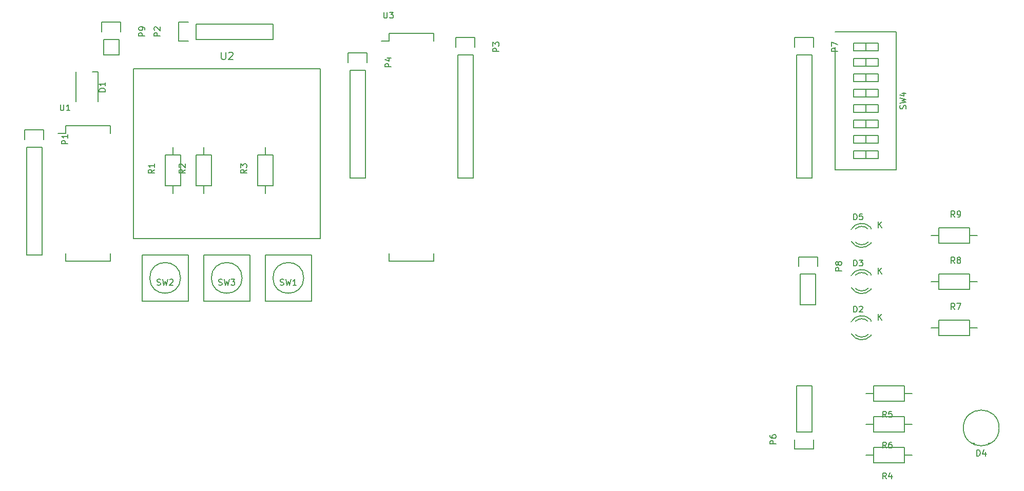
<source format=gbr>
G04 #@! TF.FileFunction,Legend,Top*
%FSLAX46Y46*%
G04 Gerber Fmt 4.6, Leading zero omitted, Abs format (unit mm)*
G04 Created by KiCad (PCBNEW 4.0.2-stable) date Friday, July 22, 2016 'pmt' 07:07:35 pm*
%MOMM*%
G01*
G04 APERTURE LIST*
%ADD10C,0.100000*%
%ADD11C,0.150000*%
G04 APERTURE END LIST*
D10*
D11*
X164060000Y-87410000D02*
X133220000Y-87410000D01*
X133220001Y-87410000D02*
X133220000Y-115400000D01*
X133220000Y-115400000D02*
X164060000Y-115400000D01*
X164059999Y-115400000D02*
X164060000Y-87410000D01*
X161290000Y-121920000D02*
G75*
G03X161290000Y-121920000I-2540000J0D01*
G01*
X162560000Y-125730000D02*
X154940000Y-125730000D01*
X154940000Y-125730000D02*
X154940000Y-118110000D01*
X154940000Y-118110000D02*
X162560000Y-118110000D01*
X162560000Y-125730000D02*
X162560000Y-118110000D01*
X140970000Y-121920000D02*
G75*
G03X140970000Y-121920000I-2540000J0D01*
G01*
X142240000Y-125730000D02*
X134620000Y-125730000D01*
X134620000Y-125730000D02*
X134620000Y-118110000D01*
X134620000Y-118110000D02*
X142240000Y-118110000D01*
X142240000Y-125730000D02*
X142240000Y-118110000D01*
X151130000Y-121920000D02*
G75*
G03X151130000Y-121920000I-2540000J0D01*
G01*
X152400000Y-125730000D02*
X144780000Y-125730000D01*
X144780000Y-125730000D02*
X144780000Y-118110000D01*
X144780000Y-118110000D02*
X152400000Y-118110000D01*
X152400000Y-125730000D02*
X152400000Y-118110000D01*
X254834000Y-128861000D02*
X254834000Y-129061000D01*
X254834000Y-131455000D02*
X254834000Y-131275000D01*
X251606256Y-131144643D02*
G75*
G03X254834000Y-131461000I1727744J1003643D01*
G01*
X252281994Y-131274068D02*
G75*
G03X254385000Y-131275000I1052006J1133068D01*
G01*
X254821220Y-128834274D02*
G75*
G03X251584000Y-129181000I-1497220J-1306726D01*
G01*
X254347889Y-129061747D02*
G75*
G03X252300000Y-129081000I-1013889J-1079253D01*
G01*
X254834000Y-121241000D02*
X254834000Y-121441000D01*
X254834000Y-123835000D02*
X254834000Y-123655000D01*
X251606256Y-123524643D02*
G75*
G03X254834000Y-123841000I1727744J1003643D01*
G01*
X252281994Y-123654068D02*
G75*
G03X254385000Y-123655000I1052006J1133068D01*
G01*
X254821220Y-121214274D02*
G75*
G03X251584000Y-121561000I-1497220J-1306726D01*
G01*
X254347889Y-121441747D02*
G75*
G03X252300000Y-121461000I-1013889J-1079253D01*
G01*
X274150000Y-149185000D02*
X274600000Y-149185000D01*
X276000000Y-146685000D02*
G75*
G03X276000000Y-146685000I-2950000J0D01*
G01*
X271950000Y-149185000D02*
X271500000Y-149185000D01*
X254834000Y-113621000D02*
X254834000Y-113821000D01*
X254834000Y-116215000D02*
X254834000Y-116035000D01*
X251606256Y-115904643D02*
G75*
G03X254834000Y-116221000I1727744J1003643D01*
G01*
X252281994Y-116034068D02*
G75*
G03X254385000Y-116035000I1052006J1133068D01*
G01*
X254821220Y-113594274D02*
G75*
G03X251584000Y-113941000I-1497220J-1306726D01*
G01*
X254347889Y-113821747D02*
G75*
G03X252300000Y-113841000I-1013889J-1079253D01*
G01*
X115570000Y-100330000D02*
X115570000Y-118110000D01*
X115570000Y-118110000D02*
X118110000Y-118110000D01*
X118110000Y-118110000D02*
X118110000Y-100330000D01*
X115290000Y-97510000D02*
X115290000Y-99060000D01*
X115570000Y-100330000D02*
X118110000Y-100330000D01*
X118390000Y-99060000D02*
X118390000Y-97510000D01*
X118390000Y-97510000D02*
X115290000Y-97510000D01*
X143510000Y-80010000D02*
X156210000Y-80010000D01*
X156210000Y-80010000D02*
X156210000Y-82550000D01*
X156210000Y-82550000D02*
X143510000Y-82550000D01*
X140690000Y-79730000D02*
X142240000Y-79730000D01*
X143510000Y-80010000D02*
X143510000Y-82550000D01*
X142240000Y-82830000D02*
X140690000Y-82830000D01*
X140690000Y-82830000D02*
X140690000Y-79730000D01*
X186690000Y-85090000D02*
X186690000Y-105410000D01*
X186690000Y-105410000D02*
X189230000Y-105410000D01*
X189230000Y-105410000D02*
X189230000Y-85090000D01*
X186410000Y-82270000D02*
X186410000Y-83820000D01*
X186690000Y-85090000D02*
X189230000Y-85090000D01*
X189510000Y-83820000D02*
X189510000Y-82270000D01*
X189510000Y-82270000D02*
X186410000Y-82270000D01*
X242570000Y-85090000D02*
X242570000Y-105410000D01*
X242570000Y-105410000D02*
X245110000Y-105410000D01*
X245110000Y-105410000D02*
X245110000Y-85090000D01*
X242290000Y-82270000D02*
X242290000Y-83820000D01*
X242570000Y-85090000D02*
X245110000Y-85090000D01*
X245390000Y-83820000D02*
X245390000Y-82270000D01*
X245390000Y-82270000D02*
X242290000Y-82270000D01*
X246025000Y-120015000D02*
X246025000Y-118465000D01*
X246025000Y-118465000D02*
X242925000Y-118465000D01*
X242925000Y-118465000D02*
X242925000Y-120015000D01*
X245745000Y-121285000D02*
X245745000Y-126365000D01*
X245745000Y-126365000D02*
X243205000Y-126365000D01*
X243205000Y-126365000D02*
X243205000Y-121285000D01*
X243205000Y-121285000D02*
X245745000Y-121285000D01*
X138430000Y-106680000D02*
X138430000Y-101600000D01*
X138430000Y-101600000D02*
X140970000Y-101600000D01*
X140970000Y-101600000D02*
X140970000Y-106680000D01*
X140970000Y-106680000D02*
X138430000Y-106680000D01*
X139700000Y-106680000D02*
X139700000Y-107950000D01*
X139700000Y-101600000D02*
X139700000Y-100330000D01*
X143510000Y-106680000D02*
X143510000Y-101600000D01*
X143510000Y-101600000D02*
X146050000Y-101600000D01*
X146050000Y-101600000D02*
X146050000Y-106680000D01*
X146050000Y-106680000D02*
X143510000Y-106680000D01*
X144780000Y-106680000D02*
X144780000Y-107950000D01*
X144780000Y-101600000D02*
X144780000Y-100330000D01*
X153670000Y-106680000D02*
X153670000Y-101600000D01*
X153670000Y-101600000D02*
X156210000Y-101600000D01*
X156210000Y-101600000D02*
X156210000Y-106680000D01*
X156210000Y-106680000D02*
X153670000Y-106680000D01*
X154940000Y-106680000D02*
X154940000Y-107950000D01*
X154940000Y-101600000D02*
X154940000Y-100330000D01*
X260350000Y-152400000D02*
X255270000Y-152400000D01*
X255270000Y-152400000D02*
X255270000Y-149860000D01*
X255270000Y-149860000D02*
X260350000Y-149860000D01*
X260350000Y-149860000D02*
X260350000Y-152400000D01*
X260350000Y-151130000D02*
X261620000Y-151130000D01*
X255270000Y-151130000D02*
X254000000Y-151130000D01*
X260350000Y-142240000D02*
X255270000Y-142240000D01*
X255270000Y-142240000D02*
X255270000Y-139700000D01*
X255270000Y-139700000D02*
X260350000Y-139700000D01*
X260350000Y-139700000D02*
X260350000Y-142240000D01*
X260350000Y-140970000D02*
X261620000Y-140970000D01*
X255270000Y-140970000D02*
X254000000Y-140970000D01*
X260350000Y-147320000D02*
X255270000Y-147320000D01*
X255270000Y-147320000D02*
X255270000Y-144780000D01*
X255270000Y-144780000D02*
X260350000Y-144780000D01*
X260350000Y-144780000D02*
X260350000Y-147320000D01*
X260350000Y-146050000D02*
X261620000Y-146050000D01*
X255270000Y-146050000D02*
X254000000Y-146050000D01*
X266065000Y-128905000D02*
X271145000Y-128905000D01*
X271145000Y-128905000D02*
X271145000Y-131445000D01*
X271145000Y-131445000D02*
X266065000Y-131445000D01*
X266065000Y-131445000D02*
X266065000Y-128905000D01*
X266065000Y-130175000D02*
X264795000Y-130175000D01*
X271145000Y-130175000D02*
X272415000Y-130175000D01*
X266065000Y-121285000D02*
X271145000Y-121285000D01*
X271145000Y-121285000D02*
X271145000Y-123825000D01*
X271145000Y-123825000D02*
X266065000Y-123825000D01*
X266065000Y-123825000D02*
X266065000Y-121285000D01*
X266065000Y-122555000D02*
X264795000Y-122555000D01*
X271145000Y-122555000D02*
X272415000Y-122555000D01*
X266065000Y-113665000D02*
X271145000Y-113665000D01*
X271145000Y-113665000D02*
X271145000Y-116205000D01*
X271145000Y-116205000D02*
X266065000Y-116205000D01*
X266065000Y-116205000D02*
X266065000Y-113665000D01*
X266065000Y-114935000D02*
X264795000Y-114935000D01*
X271145000Y-114935000D02*
X272415000Y-114935000D01*
X256030000Y-83180000D02*
X251970000Y-83180000D01*
X254000000Y-83180000D02*
X254000000Y-84460000D01*
X251970000Y-83180000D02*
X251970000Y-84460000D01*
X251970000Y-84460000D02*
X256030000Y-84460000D01*
X256030000Y-84460000D02*
X256030000Y-83180000D01*
X256030000Y-85720000D02*
X251970000Y-85720000D01*
X254000000Y-85720000D02*
X254000000Y-87000000D01*
X251970000Y-85720000D02*
X251970000Y-87000000D01*
X251970000Y-87000000D02*
X256030000Y-87000000D01*
X256030000Y-87000000D02*
X256030000Y-85720000D01*
X256030000Y-88260000D02*
X251970000Y-88260000D01*
X254000000Y-88260000D02*
X254000000Y-89540000D01*
X251970000Y-88260000D02*
X251970000Y-89540000D01*
X251970000Y-89540000D02*
X256030000Y-89540000D01*
X256030000Y-89540000D02*
X256030000Y-88260000D01*
X256030000Y-90800000D02*
X251970000Y-90800000D01*
X254000000Y-90800000D02*
X254000000Y-92080000D01*
X251970000Y-90800000D02*
X251970000Y-92080000D01*
X251970000Y-92080000D02*
X256030000Y-92080000D01*
X256030000Y-92080000D02*
X256030000Y-90800000D01*
X256030000Y-93340000D02*
X251970000Y-93340000D01*
X254000000Y-93340000D02*
X254000000Y-94620000D01*
X251970000Y-93340000D02*
X251970000Y-94620000D01*
X251970000Y-94620000D02*
X256030000Y-94620000D01*
X256030000Y-94620000D02*
X256030000Y-93340000D01*
X256030000Y-95880000D02*
X251970000Y-95880000D01*
X254000000Y-95880000D02*
X254000000Y-97160000D01*
X251970000Y-95880000D02*
X251970000Y-97160000D01*
X251970000Y-97160000D02*
X256030000Y-97160000D01*
X256030000Y-97160000D02*
X256030000Y-95880000D01*
X256030000Y-98420000D02*
X251970000Y-98420000D01*
X254000000Y-98420000D02*
X254000000Y-99700000D01*
X251970000Y-98420000D02*
X251970000Y-99700000D01*
X251970000Y-99700000D02*
X256030000Y-99700000D01*
X256030000Y-99700000D02*
X256030000Y-98420000D01*
X256030000Y-100960000D02*
X251970000Y-100960000D01*
X254000000Y-100960000D02*
X254000000Y-102240000D01*
X251970000Y-100960000D02*
X251970000Y-102240000D01*
X251970000Y-102240000D02*
X256030000Y-102240000D01*
X256030000Y-102240000D02*
X256030000Y-100960000D01*
X248980000Y-81340000D02*
X259020000Y-81340000D01*
X259020000Y-81340000D02*
X259020000Y-104080000D01*
X259020000Y-104080000D02*
X248980000Y-104080000D01*
X248980000Y-104080000D02*
X248980000Y-83820000D01*
X175395000Y-81525000D02*
X175395000Y-82795000D01*
X182745000Y-81525000D02*
X182745000Y-82795000D01*
X182745000Y-119135000D02*
X182745000Y-117865000D01*
X175395000Y-119135000D02*
X175395000Y-117865000D01*
X175395000Y-81525000D02*
X182745000Y-81525000D01*
X175395000Y-119135000D02*
X182745000Y-119135000D01*
X175395000Y-82795000D02*
X174110000Y-82795000D01*
X122055000Y-96765000D02*
X122055000Y-98035000D01*
X129405000Y-96765000D02*
X129405000Y-98035000D01*
X129405000Y-119135000D02*
X129405000Y-117865000D01*
X122055000Y-119135000D02*
X122055000Y-117865000D01*
X122055000Y-96765000D02*
X129405000Y-96765000D01*
X122055000Y-119135000D02*
X129405000Y-119135000D01*
X122055000Y-98035000D02*
X120770000Y-98035000D01*
X242570000Y-147320000D02*
X242570000Y-139700000D01*
X245110000Y-147320000D02*
X245110000Y-139700000D01*
X245390000Y-150140000D02*
X245390000Y-148590000D01*
X242570000Y-139700000D02*
X245110000Y-139700000D01*
X245110000Y-147320000D02*
X242570000Y-147320000D01*
X242290000Y-148590000D02*
X242290000Y-150140000D01*
X242290000Y-150140000D02*
X245390000Y-150140000D01*
X168910000Y-87630000D02*
X168910000Y-105410000D01*
X168910000Y-105410000D02*
X171450000Y-105410000D01*
X171450000Y-105410000D02*
X171450000Y-87630000D01*
X168630000Y-84810000D02*
X168630000Y-86360000D01*
X168910000Y-87630000D02*
X171450000Y-87630000D01*
X171730000Y-86360000D02*
X171730000Y-84810000D01*
X171730000Y-84810000D02*
X168630000Y-84810000D01*
X127360000Y-87900000D02*
X126460000Y-87900000D01*
X123760000Y-87900000D02*
X123760000Y-92800000D01*
X127360000Y-92800000D02*
X127360000Y-87900000D01*
X127990000Y-79730000D02*
X127990000Y-81280000D01*
X128270000Y-85090000D02*
X128270000Y-82550000D01*
X128270000Y-82550000D02*
X130810000Y-82550000D01*
X131090000Y-81280000D02*
X131090000Y-79730000D01*
X131090000Y-79730000D02*
X127990000Y-79730000D01*
X130810000Y-82550000D02*
X130810000Y-85090000D01*
X130810000Y-85090000D02*
X128270000Y-85090000D01*
X147725714Y-84672857D02*
X147725714Y-85644286D01*
X147782857Y-85758571D01*
X147840000Y-85815714D01*
X147954286Y-85872857D01*
X148182857Y-85872857D01*
X148297143Y-85815714D01*
X148354286Y-85758571D01*
X148411429Y-85644286D01*
X148411429Y-84672857D01*
X148925714Y-84787143D02*
X148982857Y-84730000D01*
X149097143Y-84672857D01*
X149382857Y-84672857D01*
X149497143Y-84730000D01*
X149554286Y-84787143D01*
X149611429Y-84901429D01*
X149611429Y-85015714D01*
X149554286Y-85187143D01*
X148868572Y-85872857D01*
X149611429Y-85872857D01*
X157416667Y-123086762D02*
X157559524Y-123134381D01*
X157797620Y-123134381D01*
X157892858Y-123086762D01*
X157940477Y-123039143D01*
X157988096Y-122943905D01*
X157988096Y-122848667D01*
X157940477Y-122753429D01*
X157892858Y-122705810D01*
X157797620Y-122658190D01*
X157607143Y-122610571D01*
X157511905Y-122562952D01*
X157464286Y-122515333D01*
X157416667Y-122420095D01*
X157416667Y-122324857D01*
X157464286Y-122229619D01*
X157511905Y-122182000D01*
X157607143Y-122134381D01*
X157845239Y-122134381D01*
X157988096Y-122182000D01*
X158321429Y-122134381D02*
X158559524Y-123134381D01*
X158750001Y-122420095D01*
X158940477Y-123134381D01*
X159178572Y-122134381D01*
X160083334Y-123134381D02*
X159511905Y-123134381D01*
X159797619Y-123134381D02*
X159797619Y-122134381D01*
X159702381Y-122277238D01*
X159607143Y-122372476D01*
X159511905Y-122420095D01*
X137096667Y-123086762D02*
X137239524Y-123134381D01*
X137477620Y-123134381D01*
X137572858Y-123086762D01*
X137620477Y-123039143D01*
X137668096Y-122943905D01*
X137668096Y-122848667D01*
X137620477Y-122753429D01*
X137572858Y-122705810D01*
X137477620Y-122658190D01*
X137287143Y-122610571D01*
X137191905Y-122562952D01*
X137144286Y-122515333D01*
X137096667Y-122420095D01*
X137096667Y-122324857D01*
X137144286Y-122229619D01*
X137191905Y-122182000D01*
X137287143Y-122134381D01*
X137525239Y-122134381D01*
X137668096Y-122182000D01*
X138001429Y-122134381D02*
X138239524Y-123134381D01*
X138430001Y-122420095D01*
X138620477Y-123134381D01*
X138858572Y-122134381D01*
X139191905Y-122229619D02*
X139239524Y-122182000D01*
X139334762Y-122134381D01*
X139572858Y-122134381D01*
X139668096Y-122182000D01*
X139715715Y-122229619D01*
X139763334Y-122324857D01*
X139763334Y-122420095D01*
X139715715Y-122562952D01*
X139144286Y-123134381D01*
X139763334Y-123134381D01*
X147256667Y-123086762D02*
X147399524Y-123134381D01*
X147637620Y-123134381D01*
X147732858Y-123086762D01*
X147780477Y-123039143D01*
X147828096Y-122943905D01*
X147828096Y-122848667D01*
X147780477Y-122753429D01*
X147732858Y-122705810D01*
X147637620Y-122658190D01*
X147447143Y-122610571D01*
X147351905Y-122562952D01*
X147304286Y-122515333D01*
X147256667Y-122420095D01*
X147256667Y-122324857D01*
X147304286Y-122229619D01*
X147351905Y-122182000D01*
X147447143Y-122134381D01*
X147685239Y-122134381D01*
X147828096Y-122182000D01*
X148161429Y-122134381D02*
X148399524Y-123134381D01*
X148590001Y-122420095D01*
X148780477Y-123134381D01*
X149018572Y-122134381D01*
X149304286Y-122134381D02*
X149923334Y-122134381D01*
X149590000Y-122515333D01*
X149732858Y-122515333D01*
X149828096Y-122562952D01*
X149875715Y-122610571D01*
X149923334Y-122705810D01*
X149923334Y-122943905D01*
X149875715Y-123039143D01*
X149828096Y-123086762D01*
X149732858Y-123134381D01*
X149447143Y-123134381D01*
X149351905Y-123086762D01*
X149304286Y-123039143D01*
X251986905Y-127567381D02*
X251986905Y-126567381D01*
X252225000Y-126567381D01*
X252367858Y-126615000D01*
X252463096Y-126710238D01*
X252510715Y-126805476D01*
X252558334Y-126995952D01*
X252558334Y-127138810D01*
X252510715Y-127329286D01*
X252463096Y-127424524D01*
X252367858Y-127519762D01*
X252225000Y-127567381D01*
X251986905Y-127567381D01*
X252939286Y-126662619D02*
X252986905Y-126615000D01*
X253082143Y-126567381D01*
X253320239Y-126567381D01*
X253415477Y-126615000D01*
X253463096Y-126662619D01*
X253510715Y-126757857D01*
X253510715Y-126853095D01*
X253463096Y-126995952D01*
X252891667Y-127567381D01*
X253510715Y-127567381D01*
X256063095Y-128887381D02*
X256063095Y-127887381D01*
X256634524Y-128887381D02*
X256205952Y-128315952D01*
X256634524Y-127887381D02*
X256063095Y-128458810D01*
X251986905Y-119947381D02*
X251986905Y-118947381D01*
X252225000Y-118947381D01*
X252367858Y-118995000D01*
X252463096Y-119090238D01*
X252510715Y-119185476D01*
X252558334Y-119375952D01*
X252558334Y-119518810D01*
X252510715Y-119709286D01*
X252463096Y-119804524D01*
X252367858Y-119899762D01*
X252225000Y-119947381D01*
X251986905Y-119947381D01*
X252891667Y-118947381D02*
X253510715Y-118947381D01*
X253177381Y-119328333D01*
X253320239Y-119328333D01*
X253415477Y-119375952D01*
X253463096Y-119423571D01*
X253510715Y-119518810D01*
X253510715Y-119756905D01*
X253463096Y-119852143D01*
X253415477Y-119899762D01*
X253320239Y-119947381D01*
X253034524Y-119947381D01*
X252939286Y-119899762D01*
X252891667Y-119852143D01*
X256063095Y-121267381D02*
X256063095Y-120267381D01*
X256634524Y-121267381D02*
X256205952Y-120695952D01*
X256634524Y-120267381D02*
X256063095Y-120838810D01*
X272311905Y-151292381D02*
X272311905Y-150292381D01*
X272550000Y-150292381D01*
X272692858Y-150340000D01*
X272788096Y-150435238D01*
X272835715Y-150530476D01*
X272883334Y-150720952D01*
X272883334Y-150863810D01*
X272835715Y-151054286D01*
X272788096Y-151149524D01*
X272692858Y-151244762D01*
X272550000Y-151292381D01*
X272311905Y-151292381D01*
X273740477Y-150625714D02*
X273740477Y-151292381D01*
X273502381Y-150244762D02*
X273264286Y-150959048D01*
X273883334Y-150959048D01*
X251986905Y-112327381D02*
X251986905Y-111327381D01*
X252225000Y-111327381D01*
X252367858Y-111375000D01*
X252463096Y-111470238D01*
X252510715Y-111565476D01*
X252558334Y-111755952D01*
X252558334Y-111898810D01*
X252510715Y-112089286D01*
X252463096Y-112184524D01*
X252367858Y-112279762D01*
X252225000Y-112327381D01*
X251986905Y-112327381D01*
X253463096Y-111327381D02*
X252986905Y-111327381D01*
X252939286Y-111803571D01*
X252986905Y-111755952D01*
X253082143Y-111708333D01*
X253320239Y-111708333D01*
X253415477Y-111755952D01*
X253463096Y-111803571D01*
X253510715Y-111898810D01*
X253510715Y-112136905D01*
X253463096Y-112232143D01*
X253415477Y-112279762D01*
X253320239Y-112327381D01*
X253082143Y-112327381D01*
X252986905Y-112279762D01*
X252939286Y-112232143D01*
X256063095Y-113647381D02*
X256063095Y-112647381D01*
X256634524Y-113647381D02*
X256205952Y-113075952D01*
X256634524Y-112647381D02*
X256063095Y-113218810D01*
X122392381Y-99798095D02*
X121392381Y-99798095D01*
X121392381Y-99417142D01*
X121440000Y-99321904D01*
X121487619Y-99274285D01*
X121582857Y-99226666D01*
X121725714Y-99226666D01*
X121820952Y-99274285D01*
X121868571Y-99321904D01*
X121916190Y-99417142D01*
X121916190Y-99798095D01*
X122392381Y-98274285D02*
X122392381Y-98845714D01*
X122392381Y-98560000D02*
X121392381Y-98560000D01*
X121535238Y-98655238D01*
X121630476Y-98750476D01*
X121678095Y-98845714D01*
X137592381Y-82018095D02*
X136592381Y-82018095D01*
X136592381Y-81637142D01*
X136640000Y-81541904D01*
X136687619Y-81494285D01*
X136782857Y-81446666D01*
X136925714Y-81446666D01*
X137020952Y-81494285D01*
X137068571Y-81541904D01*
X137116190Y-81637142D01*
X137116190Y-82018095D01*
X136687619Y-81065714D02*
X136640000Y-81018095D01*
X136592381Y-80922857D01*
X136592381Y-80684761D01*
X136640000Y-80589523D01*
X136687619Y-80541904D01*
X136782857Y-80494285D01*
X136878095Y-80494285D01*
X137020952Y-80541904D01*
X137592381Y-81113333D01*
X137592381Y-80494285D01*
X193512381Y-84558095D02*
X192512381Y-84558095D01*
X192512381Y-84177142D01*
X192560000Y-84081904D01*
X192607619Y-84034285D01*
X192702857Y-83986666D01*
X192845714Y-83986666D01*
X192940952Y-84034285D01*
X192988571Y-84081904D01*
X193036190Y-84177142D01*
X193036190Y-84558095D01*
X192512381Y-83653333D02*
X192512381Y-83034285D01*
X192893333Y-83367619D01*
X192893333Y-83224761D01*
X192940952Y-83129523D01*
X192988571Y-83081904D01*
X193083810Y-83034285D01*
X193321905Y-83034285D01*
X193417143Y-83081904D01*
X193464762Y-83129523D01*
X193512381Y-83224761D01*
X193512381Y-83510476D01*
X193464762Y-83605714D01*
X193417143Y-83653333D01*
X249392381Y-84558095D02*
X248392381Y-84558095D01*
X248392381Y-84177142D01*
X248440000Y-84081904D01*
X248487619Y-84034285D01*
X248582857Y-83986666D01*
X248725714Y-83986666D01*
X248820952Y-84034285D01*
X248868571Y-84081904D01*
X248916190Y-84177142D01*
X248916190Y-84558095D01*
X248392381Y-83653333D02*
X248392381Y-82986666D01*
X249392381Y-83415238D01*
X250027381Y-120753095D02*
X249027381Y-120753095D01*
X249027381Y-120372142D01*
X249075000Y-120276904D01*
X249122619Y-120229285D01*
X249217857Y-120181666D01*
X249360714Y-120181666D01*
X249455952Y-120229285D01*
X249503571Y-120276904D01*
X249551190Y-120372142D01*
X249551190Y-120753095D01*
X249455952Y-119610238D02*
X249408333Y-119705476D01*
X249360714Y-119753095D01*
X249265476Y-119800714D01*
X249217857Y-119800714D01*
X249122619Y-119753095D01*
X249075000Y-119705476D01*
X249027381Y-119610238D01*
X249027381Y-119419761D01*
X249075000Y-119324523D01*
X249122619Y-119276904D01*
X249217857Y-119229285D01*
X249265476Y-119229285D01*
X249360714Y-119276904D01*
X249408333Y-119324523D01*
X249455952Y-119419761D01*
X249455952Y-119610238D01*
X249503571Y-119705476D01*
X249551190Y-119753095D01*
X249646429Y-119800714D01*
X249836905Y-119800714D01*
X249932143Y-119753095D01*
X249979762Y-119705476D01*
X250027381Y-119610238D01*
X250027381Y-119419761D01*
X249979762Y-119324523D01*
X249932143Y-119276904D01*
X249836905Y-119229285D01*
X249646429Y-119229285D01*
X249551190Y-119276904D01*
X249503571Y-119324523D01*
X249455952Y-119419761D01*
X136652261Y-104057746D02*
X136176070Y-104391080D01*
X136652261Y-104629175D02*
X135652261Y-104629175D01*
X135652261Y-104248222D01*
X135699880Y-104152984D01*
X135747499Y-104105365D01*
X135842737Y-104057746D01*
X135985594Y-104057746D01*
X136080832Y-104105365D01*
X136128451Y-104152984D01*
X136176070Y-104248222D01*
X136176070Y-104629175D01*
X136652261Y-103105365D02*
X136652261Y-103676794D01*
X136652261Y-103391080D02*
X135652261Y-103391080D01*
X135795118Y-103486318D01*
X135890356Y-103581556D01*
X135937975Y-103676794D01*
X141732261Y-104057746D02*
X141256070Y-104391080D01*
X141732261Y-104629175D02*
X140732261Y-104629175D01*
X140732261Y-104248222D01*
X140779880Y-104152984D01*
X140827499Y-104105365D01*
X140922737Y-104057746D01*
X141065594Y-104057746D01*
X141160832Y-104105365D01*
X141208451Y-104152984D01*
X141256070Y-104248222D01*
X141256070Y-104629175D01*
X140827499Y-103676794D02*
X140779880Y-103629175D01*
X140732261Y-103533937D01*
X140732261Y-103295841D01*
X140779880Y-103200603D01*
X140827499Y-103152984D01*
X140922737Y-103105365D01*
X141017975Y-103105365D01*
X141160832Y-103152984D01*
X141732261Y-103724413D01*
X141732261Y-103105365D01*
X151892261Y-104057746D02*
X151416070Y-104391080D01*
X151892261Y-104629175D02*
X150892261Y-104629175D01*
X150892261Y-104248222D01*
X150939880Y-104152984D01*
X150987499Y-104105365D01*
X151082737Y-104057746D01*
X151225594Y-104057746D01*
X151320832Y-104105365D01*
X151368451Y-104152984D01*
X151416070Y-104248222D01*
X151416070Y-104629175D01*
X150892261Y-103724413D02*
X150892261Y-103105365D01*
X151273213Y-103438699D01*
X151273213Y-103295841D01*
X151320832Y-103200603D01*
X151368451Y-103152984D01*
X151463690Y-103105365D01*
X151701785Y-103105365D01*
X151797023Y-103152984D01*
X151844642Y-103200603D01*
X151892261Y-103295841D01*
X151892261Y-103581556D01*
X151844642Y-103676794D01*
X151797023Y-103724413D01*
X257394414Y-155082501D02*
X257061080Y-154606310D01*
X256822985Y-155082501D02*
X256822985Y-154082501D01*
X257203938Y-154082501D01*
X257299176Y-154130120D01*
X257346795Y-154177739D01*
X257394414Y-154272977D01*
X257394414Y-154415834D01*
X257346795Y-154511072D01*
X257299176Y-154558691D01*
X257203938Y-154606310D01*
X256822985Y-154606310D01*
X258251557Y-154415834D02*
X258251557Y-155082501D01*
X258013461Y-154034882D02*
X257775366Y-154749168D01*
X258394414Y-154749168D01*
X257394414Y-144922501D02*
X257061080Y-144446310D01*
X256822985Y-144922501D02*
X256822985Y-143922501D01*
X257203938Y-143922501D01*
X257299176Y-143970120D01*
X257346795Y-144017739D01*
X257394414Y-144112977D01*
X257394414Y-144255834D01*
X257346795Y-144351072D01*
X257299176Y-144398691D01*
X257203938Y-144446310D01*
X256822985Y-144446310D01*
X258299176Y-143922501D02*
X257822985Y-143922501D01*
X257775366Y-144398691D01*
X257822985Y-144351072D01*
X257918223Y-144303453D01*
X258156319Y-144303453D01*
X258251557Y-144351072D01*
X258299176Y-144398691D01*
X258346795Y-144493930D01*
X258346795Y-144732025D01*
X258299176Y-144827263D01*
X258251557Y-144874882D01*
X258156319Y-144922501D01*
X257918223Y-144922501D01*
X257822985Y-144874882D01*
X257775366Y-144827263D01*
X257394414Y-150002501D02*
X257061080Y-149526310D01*
X256822985Y-150002501D02*
X256822985Y-149002501D01*
X257203938Y-149002501D01*
X257299176Y-149050120D01*
X257346795Y-149097739D01*
X257394414Y-149192977D01*
X257394414Y-149335834D01*
X257346795Y-149431072D01*
X257299176Y-149478691D01*
X257203938Y-149526310D01*
X256822985Y-149526310D01*
X258251557Y-149002501D02*
X258061080Y-149002501D01*
X257965842Y-149050120D01*
X257918223Y-149097739D01*
X257822985Y-149240596D01*
X257775366Y-149431072D01*
X257775366Y-149812025D01*
X257822985Y-149907263D01*
X257870604Y-149954882D01*
X257965842Y-150002501D01*
X258156319Y-150002501D01*
X258251557Y-149954882D01*
X258299176Y-149907263D01*
X258346795Y-149812025D01*
X258346795Y-149573930D01*
X258299176Y-149478691D01*
X258251557Y-149431072D01*
X258156319Y-149383453D01*
X257965842Y-149383453D01*
X257870604Y-149431072D01*
X257822985Y-149478691D01*
X257775366Y-149573930D01*
X268687254Y-127127261D02*
X268353920Y-126651070D01*
X268115825Y-127127261D02*
X268115825Y-126127261D01*
X268496778Y-126127261D01*
X268592016Y-126174880D01*
X268639635Y-126222499D01*
X268687254Y-126317737D01*
X268687254Y-126460594D01*
X268639635Y-126555832D01*
X268592016Y-126603451D01*
X268496778Y-126651070D01*
X268115825Y-126651070D01*
X269020587Y-126127261D02*
X269687254Y-126127261D01*
X269258682Y-127127261D01*
X268687254Y-119507261D02*
X268353920Y-119031070D01*
X268115825Y-119507261D02*
X268115825Y-118507261D01*
X268496778Y-118507261D01*
X268592016Y-118554880D01*
X268639635Y-118602499D01*
X268687254Y-118697737D01*
X268687254Y-118840594D01*
X268639635Y-118935832D01*
X268592016Y-118983451D01*
X268496778Y-119031070D01*
X268115825Y-119031070D01*
X269258682Y-118935832D02*
X269163444Y-118888213D01*
X269115825Y-118840594D01*
X269068206Y-118745356D01*
X269068206Y-118697737D01*
X269115825Y-118602499D01*
X269163444Y-118554880D01*
X269258682Y-118507261D01*
X269449159Y-118507261D01*
X269544397Y-118554880D01*
X269592016Y-118602499D01*
X269639635Y-118697737D01*
X269639635Y-118745356D01*
X269592016Y-118840594D01*
X269544397Y-118888213D01*
X269449159Y-118935832D01*
X269258682Y-118935832D01*
X269163444Y-118983451D01*
X269115825Y-119031070D01*
X269068206Y-119126309D01*
X269068206Y-119316785D01*
X269115825Y-119412023D01*
X269163444Y-119459642D01*
X269258682Y-119507261D01*
X269449159Y-119507261D01*
X269544397Y-119459642D01*
X269592016Y-119412023D01*
X269639635Y-119316785D01*
X269639635Y-119126309D01*
X269592016Y-119031070D01*
X269544397Y-118983451D01*
X269449159Y-118935832D01*
X268687254Y-111887261D02*
X268353920Y-111411070D01*
X268115825Y-111887261D02*
X268115825Y-110887261D01*
X268496778Y-110887261D01*
X268592016Y-110934880D01*
X268639635Y-110982499D01*
X268687254Y-111077737D01*
X268687254Y-111220594D01*
X268639635Y-111315832D01*
X268592016Y-111363451D01*
X268496778Y-111411070D01*
X268115825Y-111411070D01*
X269163444Y-111887261D02*
X269353920Y-111887261D01*
X269449159Y-111839642D01*
X269496778Y-111792023D01*
X269592016Y-111649166D01*
X269639635Y-111458690D01*
X269639635Y-111077737D01*
X269592016Y-110982499D01*
X269544397Y-110934880D01*
X269449159Y-110887261D01*
X269258682Y-110887261D01*
X269163444Y-110934880D01*
X269115825Y-110982499D01*
X269068206Y-111077737D01*
X269068206Y-111315832D01*
X269115825Y-111411070D01*
X269163444Y-111458690D01*
X269258682Y-111506309D01*
X269449159Y-111506309D01*
X269544397Y-111458690D01*
X269592016Y-111411070D01*
X269639635Y-111315832D01*
X260594762Y-94023333D02*
X260642381Y-93880476D01*
X260642381Y-93642380D01*
X260594762Y-93547142D01*
X260547143Y-93499523D01*
X260451905Y-93451904D01*
X260356667Y-93451904D01*
X260261429Y-93499523D01*
X260213810Y-93547142D01*
X260166190Y-93642380D01*
X260118571Y-93832857D01*
X260070952Y-93928095D01*
X260023333Y-93975714D01*
X259928095Y-94023333D01*
X259832857Y-94023333D01*
X259737619Y-93975714D01*
X259690000Y-93928095D01*
X259642381Y-93832857D01*
X259642381Y-93594761D01*
X259690000Y-93451904D01*
X259642381Y-93118571D02*
X260642381Y-92880476D01*
X259928095Y-92689999D01*
X260642381Y-92499523D01*
X259642381Y-92261428D01*
X259975714Y-91451904D02*
X260642381Y-91451904D01*
X259594762Y-91690000D02*
X260309048Y-91928095D01*
X260309048Y-91309047D01*
X174498095Y-78052381D02*
X174498095Y-78861905D01*
X174545714Y-78957143D01*
X174593333Y-79004762D01*
X174688571Y-79052381D01*
X174879048Y-79052381D01*
X174974286Y-79004762D01*
X175021905Y-78957143D01*
X175069524Y-78861905D01*
X175069524Y-78052381D01*
X175450476Y-78052381D02*
X176069524Y-78052381D01*
X175736190Y-78433333D01*
X175879048Y-78433333D01*
X175974286Y-78480952D01*
X176021905Y-78528571D01*
X176069524Y-78623810D01*
X176069524Y-78861905D01*
X176021905Y-78957143D01*
X175974286Y-79004762D01*
X175879048Y-79052381D01*
X175593333Y-79052381D01*
X175498095Y-79004762D01*
X175450476Y-78957143D01*
X121158095Y-93292381D02*
X121158095Y-94101905D01*
X121205714Y-94197143D01*
X121253333Y-94244762D01*
X121348571Y-94292381D01*
X121539048Y-94292381D01*
X121634286Y-94244762D01*
X121681905Y-94197143D01*
X121729524Y-94101905D01*
X121729524Y-93292381D01*
X122729524Y-94292381D02*
X122158095Y-94292381D01*
X122443809Y-94292381D02*
X122443809Y-93292381D01*
X122348571Y-93435238D01*
X122253333Y-93530476D01*
X122158095Y-93578095D01*
X239192381Y-149328095D02*
X238192381Y-149328095D01*
X238192381Y-148947142D01*
X238240000Y-148851904D01*
X238287619Y-148804285D01*
X238382857Y-148756666D01*
X238525714Y-148756666D01*
X238620952Y-148804285D01*
X238668571Y-148851904D01*
X238716190Y-148947142D01*
X238716190Y-149328095D01*
X238192381Y-147899523D02*
X238192381Y-148090000D01*
X238240000Y-148185238D01*
X238287619Y-148232857D01*
X238430476Y-148328095D01*
X238620952Y-148375714D01*
X239001905Y-148375714D01*
X239097143Y-148328095D01*
X239144762Y-148280476D01*
X239192381Y-148185238D01*
X239192381Y-147994761D01*
X239144762Y-147899523D01*
X239097143Y-147851904D01*
X239001905Y-147804285D01*
X238763810Y-147804285D01*
X238668571Y-147851904D01*
X238620952Y-147899523D01*
X238573333Y-147994761D01*
X238573333Y-148185238D01*
X238620952Y-148280476D01*
X238668571Y-148328095D01*
X238763810Y-148375714D01*
X175732381Y-87098095D02*
X174732381Y-87098095D01*
X174732381Y-86717142D01*
X174780000Y-86621904D01*
X174827619Y-86574285D01*
X174922857Y-86526666D01*
X175065714Y-86526666D01*
X175160952Y-86574285D01*
X175208571Y-86621904D01*
X175256190Y-86717142D01*
X175256190Y-87098095D01*
X175065714Y-85669523D02*
X175732381Y-85669523D01*
X174684762Y-85907619D02*
X175399048Y-86145714D01*
X175399048Y-85526666D01*
X128562381Y-91188095D02*
X127562381Y-91188095D01*
X127562381Y-90950000D01*
X127610000Y-90807142D01*
X127705238Y-90711904D01*
X127800476Y-90664285D01*
X127990952Y-90616666D01*
X128133810Y-90616666D01*
X128324286Y-90664285D01*
X128419524Y-90711904D01*
X128514762Y-90807142D01*
X128562381Y-90950000D01*
X128562381Y-91188095D01*
X128562381Y-89664285D02*
X128562381Y-90235714D01*
X128562381Y-89950000D02*
X127562381Y-89950000D01*
X127705238Y-90045238D01*
X127800476Y-90140476D01*
X127848095Y-90235714D01*
X135092381Y-82018095D02*
X134092381Y-82018095D01*
X134092381Y-81637142D01*
X134140000Y-81541904D01*
X134187619Y-81494285D01*
X134282857Y-81446666D01*
X134425714Y-81446666D01*
X134520952Y-81494285D01*
X134568571Y-81541904D01*
X134616190Y-81637142D01*
X134616190Y-82018095D01*
X135092381Y-80970476D02*
X135092381Y-80780000D01*
X135044762Y-80684761D01*
X134997143Y-80637142D01*
X134854286Y-80541904D01*
X134663810Y-80494285D01*
X134282857Y-80494285D01*
X134187619Y-80541904D01*
X134140000Y-80589523D01*
X134092381Y-80684761D01*
X134092381Y-80875238D01*
X134140000Y-80970476D01*
X134187619Y-81018095D01*
X134282857Y-81065714D01*
X134520952Y-81065714D01*
X134616190Y-81018095D01*
X134663810Y-80970476D01*
X134711429Y-80875238D01*
X134711429Y-80684761D01*
X134663810Y-80589523D01*
X134616190Y-80541904D01*
X134520952Y-80494285D01*
M02*

</source>
